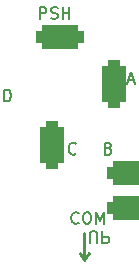
<source format=gbr>
%TF.GenerationSoftware,KiCad,Pcbnew,7.0.1*%
%TF.CreationDate,2024-04-03T18:52:35-06:00*%
%TF.ProjectId,HOTAS_Hat Switch Breakout,484f5441-535f-4486-9174-205377697463,rev?*%
%TF.SameCoordinates,Original*%
%TF.FileFunction,Legend,Top*%
%TF.FilePolarity,Positive*%
%FSLAX46Y46*%
G04 Gerber Fmt 4.6, Leading zero omitted, Abs format (unit mm)*
G04 Created by KiCad (PCBNEW 7.0.1) date 2024-04-03 18:52:35*
%MOMM*%
%LPD*%
G01*
G04 APERTURE LIST*
G04 Aperture macros list*
%AMRoundRect*
0 Rectangle with rounded corners*
0 $1 Rounding radius*
0 $2 $3 $4 $5 $6 $7 $8 $9 X,Y pos of 4 corners*
0 Add a 4 corners polygon primitive as box body*
4,1,4,$2,$3,$4,$5,$6,$7,$8,$9,$2,$3,0*
0 Add four circle primitives for the rounded corners*
1,1,$1+$1,$2,$3*
1,1,$1+$1,$4,$5*
1,1,$1+$1,$6,$7*
1,1,$1+$1,$8,$9*
0 Add four rect primitives between the rounded corners*
20,1,$1+$1,$2,$3,$4,$5,0*
20,1,$1+$1,$4,$5,$6,$7,0*
20,1,$1+$1,$6,$7,$8,$9,0*
20,1,$1+$1,$8,$9,$2,$3,0*%
G04 Aperture macros list end*
%ADD10C,0.150000*%
%ADD11C,0.250000*%
%ADD12RoundRect,0.550000X0.500000X1.500000X-0.500000X1.500000X-0.500000X-1.500000X0.500000X-1.500000X0*%
%ADD13RoundRect,0.550000X-1.500000X0.500000X-1.500000X-0.500000X1.500000X-0.500000X1.500000X0.500000X0*%
%ADD14RoundRect,0.550000X-0.500000X-1.500000X0.500000X-1.500000X0.500000X1.500000X-0.500000X1.500000X0*%
%ADD15RoundRect,0.550000X0.707107X-1.414214X1.414214X-0.707107X-0.707107X1.414214X-1.414214X0.707107X0*%
%ADD16RoundRect,0.550000X1.500000X-0.500000X1.500000X0.500000X-1.500000X0.500000X-1.500000X-0.500000X0*%
%ADD17C,1.900000*%
%ADD18C,3.100000*%
G04 APERTURE END LIST*
D10*
X-2761905Y9537381D02*
X-2761905Y10537381D01*
X-2761905Y10537381D02*
X-2380953Y10537381D01*
X-2380953Y10537381D02*
X-2285715Y10489762D01*
X-2285715Y10489762D02*
X-2238096Y10442143D01*
X-2238096Y10442143D02*
X-2190477Y10346905D01*
X-2190477Y10346905D02*
X-2190477Y10204048D01*
X-2190477Y10204048D02*
X-2238096Y10108810D01*
X-2238096Y10108810D02*
X-2285715Y10061191D01*
X-2285715Y10061191D02*
X-2380953Y10013572D01*
X-2380953Y10013572D02*
X-2761905Y10013572D01*
X-1809524Y9585000D02*
X-1666667Y9537381D01*
X-1666667Y9537381D02*
X-1428572Y9537381D01*
X-1428572Y9537381D02*
X-1333334Y9585000D01*
X-1333334Y9585000D02*
X-1285715Y9632620D01*
X-1285715Y9632620D02*
X-1238096Y9727858D01*
X-1238096Y9727858D02*
X-1238096Y9823096D01*
X-1238096Y9823096D02*
X-1285715Y9918334D01*
X-1285715Y9918334D02*
X-1333334Y9965953D01*
X-1333334Y9965953D02*
X-1428572Y10013572D01*
X-1428572Y10013572D02*
X-1619048Y10061191D01*
X-1619048Y10061191D02*
X-1714286Y10108810D01*
X-1714286Y10108810D02*
X-1761905Y10156429D01*
X-1761905Y10156429D02*
X-1809524Y10251667D01*
X-1809524Y10251667D02*
X-1809524Y10346905D01*
X-1809524Y10346905D02*
X-1761905Y10442143D01*
X-1761905Y10442143D02*
X-1714286Y10489762D01*
X-1714286Y10489762D02*
X-1619048Y10537381D01*
X-1619048Y10537381D02*
X-1380953Y10537381D01*
X-1380953Y10537381D02*
X-1238096Y10489762D01*
X-809524Y9537381D02*
X-809524Y10537381D01*
X-809524Y10061191D02*
X-238096Y10061191D01*
X-238096Y9537381D02*
X-238096Y10537381D01*
X3071428Y-1438809D02*
X3214285Y-1486428D01*
X3214285Y-1486428D02*
X3261904Y-1534047D01*
X3261904Y-1534047D02*
X3309523Y-1629285D01*
X3309523Y-1629285D02*
X3309523Y-1772142D01*
X3309523Y-1772142D02*
X3261904Y-1867380D01*
X3261904Y-1867380D02*
X3214285Y-1915000D01*
X3214285Y-1915000D02*
X3119047Y-1962619D01*
X3119047Y-1962619D02*
X2738095Y-1962619D01*
X2738095Y-1962619D02*
X2738095Y-962619D01*
X2738095Y-962619D02*
X3071428Y-962619D01*
X3071428Y-962619D02*
X3166666Y-1010238D01*
X3166666Y-1010238D02*
X3214285Y-1057857D01*
X3214285Y-1057857D02*
X3261904Y-1153095D01*
X3261904Y-1153095D02*
X3261904Y-1248333D01*
X3261904Y-1248333D02*
X3214285Y-1343571D01*
X3214285Y-1343571D02*
X3166666Y-1391190D01*
X3166666Y-1391190D02*
X3071428Y-1438809D01*
X3071428Y-1438809D02*
X2738095Y-1438809D01*
X-5761905Y2537381D02*
X-5761905Y3537381D01*
X-5761905Y3537381D02*
X-5523810Y3537381D01*
X-5523810Y3537381D02*
X-5380953Y3489762D01*
X-5380953Y3489762D02*
X-5285715Y3394524D01*
X-5285715Y3394524D02*
X-5238096Y3299286D01*
X-5238096Y3299286D02*
X-5190477Y3108810D01*
X-5190477Y3108810D02*
X-5190477Y2965953D01*
X-5190477Y2965953D02*
X-5238096Y2775477D01*
X-5238096Y2775477D02*
X-5285715Y2680239D01*
X-5285715Y2680239D02*
X-5380953Y2585000D01*
X-5380953Y2585000D02*
X-5523810Y2537381D01*
X-5523810Y2537381D02*
X-5761905Y2537381D01*
X4761905Y4323096D02*
X5238095Y4323096D01*
X4666667Y4037381D02*
X5000000Y5037381D01*
X5000000Y5037381D02*
X5333333Y4037381D01*
X309523Y-1867380D02*
X261904Y-1915000D01*
X261904Y-1915000D02*
X119047Y-1962619D01*
X119047Y-1962619D02*
X23809Y-1962619D01*
X23809Y-1962619D02*
X-119048Y-1915000D01*
X-119048Y-1915000D02*
X-214286Y-1819761D01*
X-214286Y-1819761D02*
X-261905Y-1724523D01*
X-261905Y-1724523D02*
X-309524Y-1534047D01*
X-309524Y-1534047D02*
X-309524Y-1391190D01*
X-309524Y-1391190D02*
X-261905Y-1200714D01*
X-261905Y-1200714D02*
X-214286Y-1105476D01*
X-214286Y-1105476D02*
X-119048Y-1010238D01*
X-119048Y-1010238D02*
X23809Y-962619D01*
X23809Y-962619D02*
X119047Y-962619D01*
X119047Y-962619D02*
X261904Y-1010238D01*
X261904Y-1010238D02*
X309523Y-1057857D01*
X538494Y-7747248D02*
X490875Y-7794868D01*
X490875Y-7794868D02*
X348018Y-7842487D01*
X348018Y-7842487D02*
X252780Y-7842487D01*
X252780Y-7842487D02*
X109923Y-7794868D01*
X109923Y-7794868D02*
X14685Y-7699629D01*
X14685Y-7699629D02*
X-32934Y-7604391D01*
X-32934Y-7604391D02*
X-80553Y-7413915D01*
X-80553Y-7413915D02*
X-80553Y-7271058D01*
X-80553Y-7271058D02*
X-32934Y-7080582D01*
X-32934Y-7080582D02*
X14685Y-6985344D01*
X14685Y-6985344D02*
X109923Y-6890106D01*
X109923Y-6890106D02*
X252780Y-6842487D01*
X252780Y-6842487D02*
X348018Y-6842487D01*
X348018Y-6842487D02*
X490875Y-6890106D01*
X490875Y-6890106D02*
X538494Y-6937725D01*
X1157542Y-6842487D02*
X1348018Y-6842487D01*
X1348018Y-6842487D02*
X1443256Y-6890106D01*
X1443256Y-6890106D02*
X1538494Y-6985344D01*
X1538494Y-6985344D02*
X1586113Y-7175820D01*
X1586113Y-7175820D02*
X1586113Y-7509153D01*
X1586113Y-7509153D02*
X1538494Y-7699629D01*
X1538494Y-7699629D02*
X1443256Y-7794868D01*
X1443256Y-7794868D02*
X1348018Y-7842487D01*
X1348018Y-7842487D02*
X1157542Y-7842487D01*
X1157542Y-7842487D02*
X1062304Y-7794868D01*
X1062304Y-7794868D02*
X967066Y-7699629D01*
X967066Y-7699629D02*
X919447Y-7509153D01*
X919447Y-7509153D02*
X919447Y-7175820D01*
X919447Y-7175820D02*
X967066Y-6985344D01*
X967066Y-6985344D02*
X1062304Y-6890106D01*
X1062304Y-6890106D02*
X1157542Y-6842487D01*
X2014685Y-7842487D02*
X2014685Y-6842487D01*
X2014685Y-6842487D02*
X2348018Y-7556772D01*
X2348018Y-7556772D02*
X2681351Y-6842487D01*
X2681351Y-6842487D02*
X2681351Y-7842487D01*
D11*
X1000000Y-8612142D02*
X1000000Y-10897857D01*
X619047Y-10326428D02*
X1000000Y-10897857D01*
X1000000Y-10897857D02*
X1380952Y-10326428D01*
D10*
X1500286Y-9427380D02*
X1500286Y-8617857D01*
X1500286Y-8617857D02*
X1547905Y-8522619D01*
X1547905Y-8522619D02*
X1595524Y-8475000D01*
X1595524Y-8475000D02*
X1690762Y-8427380D01*
X1690762Y-8427380D02*
X1881238Y-8427380D01*
X1881238Y-8427380D02*
X1976476Y-8475000D01*
X1976476Y-8475000D02*
X2024095Y-8522619D01*
X2024095Y-8522619D02*
X2071714Y-8617857D01*
X2071714Y-8617857D02*
X2071714Y-9427380D01*
X2547905Y-8427380D02*
X2547905Y-9427380D01*
X2547905Y-9427380D02*
X2928857Y-9427380D01*
X2928857Y-9427380D02*
X3024095Y-9379761D01*
X3024095Y-9379761D02*
X3071714Y-9332142D01*
X3071714Y-9332142D02*
X3119333Y-9236904D01*
X3119333Y-9236904D02*
X3119333Y-9094047D01*
X3119333Y-9094047D02*
X3071714Y-8998809D01*
X3071714Y-8998809D02*
X3024095Y-8951190D01*
X3024095Y-8951190D02*
X2928857Y-8903571D01*
X2928857Y-8903571D02*
X2547905Y-8903571D01*
%LPC*%
D12*
%TO.C,J1*%
X3500000Y4000000D03*
%TD*%
D13*
%TO.C,J2*%
X5000000Y-3500000D03*
%TD*%
D14*
%TO.C,J3*%
X-1684192Y-1171818D03*
%TD*%
D15*
%TO.C,J4*%
X-3430714Y3662774D03*
%TD*%
D16*
%TO.C,J6*%
X5000000Y-6500000D03*
%TD*%
%TO.C,J5*%
X-1000000Y8000000D03*
%TD*%
D17*
%TO.C,S1*%
X1000000Y-3000000D03*
X1000000Y4848000D03*
X4845000Y-1000000D03*
X-1000000Y-4848000D03*
X1000000Y-5256000D03*
X-4848000Y1000000D03*
X-4150000Y-2698000D03*
X-5256000Y-1000000D03*
X-1000000Y5526000D03*
X5256000Y1000000D03*
%TD*%
D18*
%TO.C,H2*%
X6000000Y-11000000D03*
%TD*%
%TO.C,H1*%
X-6000000Y11000000D03*
%TD*%
M02*

</source>
